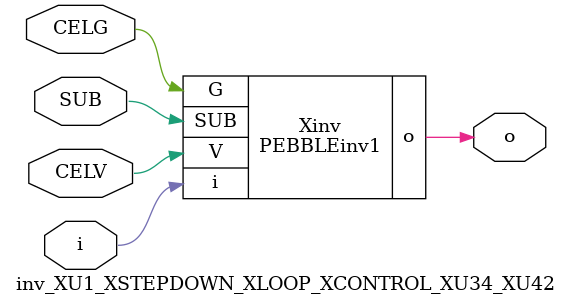
<source format=v>



module PEBBLEinv1 ( o, G, SUB, V, i );

  input V;
  input i;
  input G;
  output o;
  input SUB;
endmodule

//Celera Confidential Do Not Copy inv_XU1_XSTEPDOWN_XLOOP_XCONTROL_XU34_XU42
//Celera Confidential Symbol Generator
//5V Inverter
module inv_XU1_XSTEPDOWN_XLOOP_XCONTROL_XU34_XU42 (CELV,CELG,i,o,SUB);
input CELV;
input CELG;
input i;
input SUB;
output o;

//Celera Confidential Do Not Copy inv
PEBBLEinv1 Xinv(
.V (CELV),
.i (i),
.o (o),
.SUB (SUB),
.G (CELG)
);
//,diesize,PEBBLEinv1

//Celera Confidential Do Not Copy Module End
//Celera Schematic Generator
endmodule

</source>
